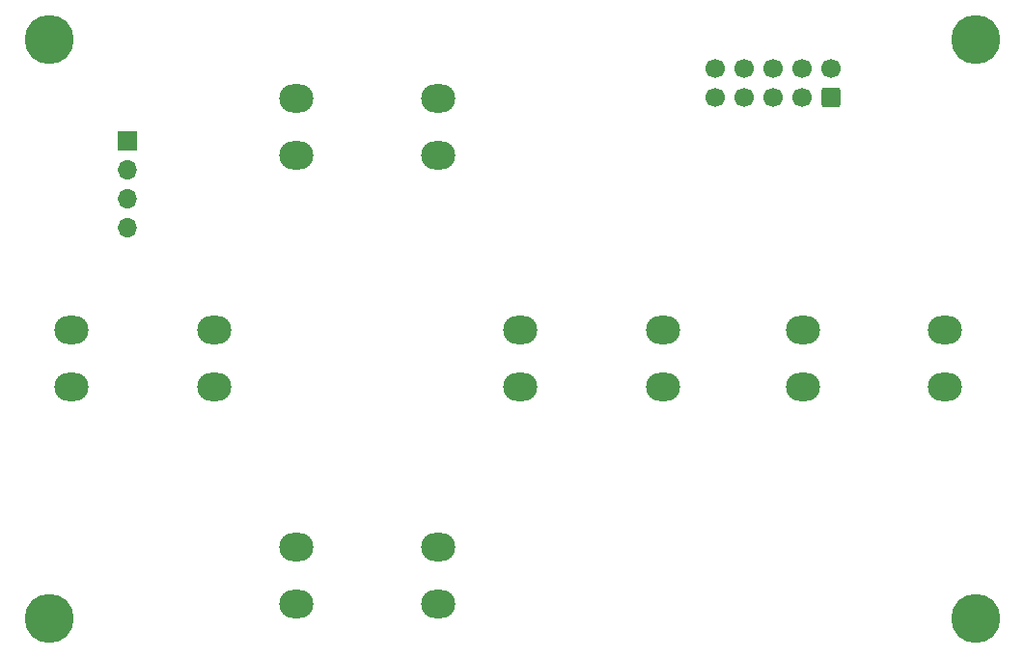
<source format=gbr>
%TF.GenerationSoftware,KiCad,Pcbnew,(6.0.1)*%
%TF.CreationDate,2022-02-12T14:12:32-06:00*%
%TF.ProjectId,sawsetter_buttons,73617773-6574-4746-9572-5f627574746f,rev?*%
%TF.SameCoordinates,Original*%
%TF.FileFunction,Soldermask,Top*%
%TF.FilePolarity,Negative*%
%FSLAX46Y46*%
G04 Gerber Fmt 4.6, Leading zero omitted, Abs format (unit mm)*
G04 Created by KiCad (PCBNEW (6.0.1)) date 2022-02-12 14:12:32*
%MOMM*%
%LPD*%
G01*
G04 APERTURE LIST*
G04 Aperture macros list*
%AMRoundRect*
0 Rectangle with rounded corners*
0 $1 Rounding radius*
0 $2 $3 $4 $5 $6 $7 $8 $9 X,Y pos of 4 corners*
0 Add a 4 corners polygon primitive as box body*
4,1,4,$2,$3,$4,$5,$6,$7,$8,$9,$2,$3,0*
0 Add four circle primitives for the rounded corners*
1,1,$1+$1,$2,$3*
1,1,$1+$1,$4,$5*
1,1,$1+$1,$6,$7*
1,1,$1+$1,$8,$9*
0 Add four rect primitives between the rounded corners*
20,1,$1+$1,$2,$3,$4,$5,0*
20,1,$1+$1,$4,$5,$6,$7,0*
20,1,$1+$1,$6,$7,$8,$9,0*
20,1,$1+$1,$8,$9,$2,$3,0*%
G04 Aperture macros list end*
%ADD10O,3.000000X2.500000*%
%ADD11C,4.300000*%
%ADD12RoundRect,0.250000X0.600000X-0.600000X0.600000X0.600000X-0.600000X0.600000X-0.600000X-0.600000X0*%
%ADD13C,1.700000*%
%ADD14R,1.700000X1.700000*%
%ADD15O,1.700000X1.700000*%
G04 APERTURE END LIST*
D10*
%TO.C,SW2*%
X185520000Y-111800000D03*
X198020000Y-111800000D03*
X185520000Y-116800000D03*
X198020000Y-116800000D03*
%TD*%
D11*
%TO.C,H1*%
X200660000Y-137160000D03*
%TD*%
%TO.C,H1*%
X119380000Y-86360000D03*
%TD*%
D10*
%TO.C,SW3*%
X121385000Y-111800000D03*
X133885000Y-111800000D03*
X121385000Y-116800000D03*
X133885000Y-116800000D03*
%TD*%
%TO.C,SW1*%
X160755000Y-111800000D03*
X173255000Y-111800000D03*
X160755000Y-116800000D03*
X173255000Y-116800000D03*
%TD*%
D11*
%TO.C,H1*%
X119380000Y-137160000D03*
%TD*%
D10*
%TO.C,SW4*%
X141070000Y-91480000D03*
X153570000Y-91480000D03*
X141070000Y-96480000D03*
X153570000Y-96480000D03*
%TD*%
%TO.C,SW5*%
X153570000Y-130850000D03*
X141070000Y-130850000D03*
X153570000Y-135850000D03*
X141070000Y-135850000D03*
%TD*%
D11*
%TO.C,H1*%
X200660000Y-86360000D03*
%TD*%
D12*
%TO.C,J1*%
X187960000Y-91440000D03*
D13*
X187960000Y-88900000D03*
X185420000Y-91440000D03*
X185420000Y-88900000D03*
X182880000Y-91440000D03*
X182880000Y-88900000D03*
X180340000Y-91440000D03*
X180340000Y-88900000D03*
X177800000Y-91440000D03*
X177800000Y-88900000D03*
%TD*%
D14*
%TO.C,J2*%
X126295000Y-95260000D03*
D15*
X126295000Y-97800000D03*
X126295000Y-100340000D03*
X126295000Y-102880000D03*
%TD*%
M02*

</source>
